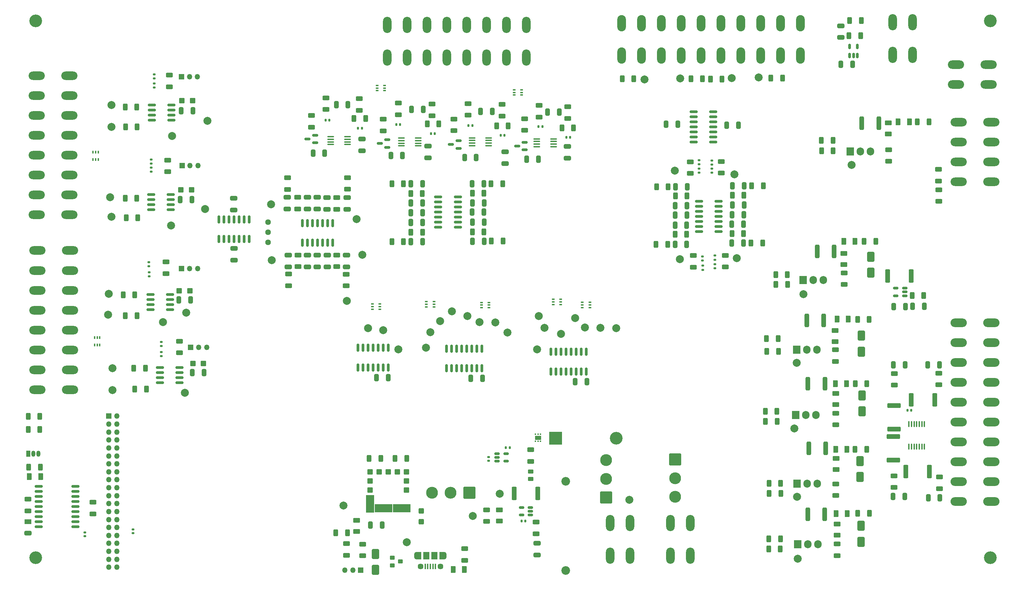
<source format=gts>
G04 #@! TF.GenerationSoftware,KiCad,Pcbnew,7.0.10*
G04 #@! TF.CreationDate,2024-12-17T12:16:58-06:00*
G04 #@! TF.ProjectId,karca_v2,6b617263-615f-4763-922e-6b696361645f,rev?*
G04 #@! TF.SameCoordinates,Original*
G04 #@! TF.FileFunction,Soldermask,Top*
G04 #@! TF.FilePolarity,Negative*
%FSLAX46Y46*%
G04 Gerber Fmt 4.6, Leading zero omitted, Abs format (unit mm)*
G04 Created by KiCad (PCBNEW 7.0.10) date 2024-12-17 12:16:58*
%MOMM*%
%LPD*%
G01*
G04 APERTURE LIST*
G04 Aperture macros list*
%AMRoundRect*
0 Rectangle with rounded corners*
0 $1 Rounding radius*
0 $2 $3 $4 $5 $6 $7 $8 $9 X,Y pos of 4 corners*
0 Add a 4 corners polygon primitive as box body*
4,1,4,$2,$3,$4,$5,$6,$7,$8,$9,$2,$3,0*
0 Add four circle primitives for the rounded corners*
1,1,$1+$1,$2,$3*
1,1,$1+$1,$4,$5*
1,1,$1+$1,$6,$7*
1,1,$1+$1,$8,$9*
0 Add four rect primitives between the rounded corners*
20,1,$1+$1,$2,$3,$4,$5,0*
20,1,$1+$1,$4,$5,$6,$7,0*
20,1,$1+$1,$6,$7,$8,$9,0*
20,1,$1+$1,$8,$9,$2,$3,0*%
G04 Aperture macros list end*
%ADD10C,3.200000*%
%ADD11RoundRect,0.250000X0.312500X0.625000X-0.312500X0.625000X-0.312500X-0.625000X0.312500X-0.625000X0*%
%ADD12RoundRect,0.250000X0.625000X-0.312500X0.625000X0.312500X-0.625000X0.312500X-0.625000X-0.312500X0*%
%ADD13RoundRect,0.250000X0.325000X0.650000X-0.325000X0.650000X-0.325000X-0.650000X0.325000X-0.650000X0*%
%ADD14C,2.000000*%
%ADD15RoundRect,0.250000X-0.312500X-0.625000X0.312500X-0.625000X0.312500X0.625000X-0.312500X0.625000X0*%
%ADD16RoundRect,0.150000X0.587500X0.150000X-0.587500X0.150000X-0.587500X-0.150000X0.587500X-0.150000X0*%
%ADD17R,1.350000X1.350000*%
%ADD18O,1.350000X1.350000*%
%ADD19RoundRect,0.250000X-0.325000X-0.650000X0.325000X-0.650000X0.325000X0.650000X-0.325000X0.650000X0*%
%ADD20RoundRect,0.135000X-0.185000X0.135000X-0.185000X-0.135000X0.185000X-0.135000X0.185000X0.135000X0*%
%ADD21RoundRect,0.250000X0.375000X0.625000X-0.375000X0.625000X-0.375000X-0.625000X0.375000X-0.625000X0*%
%ADD22RoundRect,0.150000X-0.825000X-0.150000X0.825000X-0.150000X0.825000X0.150000X-0.825000X0.150000X0*%
%ADD23RoundRect,0.100000X-0.712500X-0.100000X0.712500X-0.100000X0.712500X0.100000X-0.712500X0.100000X0*%
%ADD24RoundRect,0.150000X0.825000X0.150000X-0.825000X0.150000X-0.825000X-0.150000X0.825000X-0.150000X0*%
%ADD25R,0.650000X0.400000*%
%ADD26RoundRect,0.250000X-0.650000X0.325000X-0.650000X-0.325000X0.650000X-0.325000X0.650000X0.325000X0*%
%ADD27RoundRect,0.150000X-0.150000X0.825000X-0.150000X-0.825000X0.150000X-0.825000X0.150000X0.825000X0*%
%ADD28RoundRect,0.102000X1.387500X1.387500X-1.387500X1.387500X-1.387500X-1.387500X1.387500X-1.387500X0*%
%ADD29C,2.979000*%
%ADD30RoundRect,0.250000X-0.650000X1.000000X-0.650000X-1.000000X0.650000X-1.000000X0.650000X1.000000X0*%
%ADD31RoundRect,0.250000X-0.625000X0.312500X-0.625000X-0.312500X0.625000X-0.312500X0.625000X0.312500X0*%
%ADD32RoundRect,0.250000X0.650000X-0.325000X0.650000X0.325000X-0.650000X0.325000X-0.650000X-0.325000X0*%
%ADD33RoundRect,0.250000X-0.312500X-1.450000X0.312500X-1.450000X0.312500X1.450000X-0.312500X1.450000X0*%
%ADD34RoundRect,0.135000X0.185000X-0.135000X0.185000X0.135000X-0.185000X0.135000X-0.185000X-0.135000X0*%
%ADD35RoundRect,0.250000X0.362500X1.425000X-0.362500X1.425000X-0.362500X-1.425000X0.362500X-1.425000X0*%
%ADD36R,3.200000X3.200000*%
%ADD37O,3.200000X3.200000*%
%ADD38RoundRect,0.250000X0.450000X0.425000X-0.450000X0.425000X-0.450000X-0.425000X0.450000X-0.425000X0*%
%ADD39RoundRect,0.250000X0.625000X-0.375000X0.625000X0.375000X-0.625000X0.375000X-0.625000X-0.375000X0*%
%ADD40RoundRect,0.150000X0.512500X0.150000X-0.512500X0.150000X-0.512500X-0.150000X0.512500X-0.150000X0*%
%ADD41RoundRect,0.102000X1.387500X-1.387500X1.387500X1.387500X-1.387500X1.387500X-1.387500X-1.387500X0*%
%ADD42RoundRect,0.102000X0.571500X0.571500X-0.571500X0.571500X-0.571500X-0.571500X0.571500X-0.571500X0*%
%ADD43RoundRect,0.102000X2.095500X0.952500X-2.095500X0.952500X-2.095500X-0.952500X2.095500X-0.952500X0*%
%ADD44RoundRect,0.102000X0.952500X2.095500X-0.952500X2.095500X-0.952500X-2.095500X0.952500X-2.095500X0*%
%ADD45RoundRect,0.250000X0.650000X-1.000000X0.650000X1.000000X-0.650000X1.000000X-0.650000X-1.000000X0*%
%ADD46R,0.400000X0.650000*%
%ADD47O,2.134400X4.064800*%
%ADD48RoundRect,0.140000X0.140000X0.170000X-0.140000X0.170000X-0.140000X-0.170000X0.140000X-0.170000X0*%
%ADD49O,2.154000X4.104000*%
%ADD50C,1.440000*%
%ADD51O,4.064800X2.134400*%
%ADD52RoundRect,0.102000X0.450000X0.400000X-0.450000X0.400000X-0.450000X-0.400000X0.450000X-0.400000X0*%
%ADD53R,1.905000X2.000000*%
%ADD54O,1.905000X2.000000*%
%ADD55RoundRect,0.100000X-0.100000X0.637500X-0.100000X-0.637500X0.100000X-0.637500X0.100000X0.637500X0*%
%ADD56RoundRect,0.093750X-0.106250X0.093750X-0.106250X-0.093750X0.106250X-0.093750X0.106250X0.093750X0*%
%ADD57R,1.600000X1.000000*%
%ADD58R,1.800000X1.150000*%
%ADD59RoundRect,0.150000X-0.512500X-0.150000X0.512500X-0.150000X0.512500X0.150000X-0.512500X0.150000X0*%
%ADD60RoundRect,0.140000X-0.140000X-0.170000X0.140000X-0.170000X0.140000X0.170000X-0.140000X0.170000X0*%
%ADD61RoundRect,0.150000X0.150000X-0.512500X0.150000X0.512500X-0.150000X0.512500X-0.150000X-0.512500X0*%
%ADD62RoundRect,0.150000X-0.875000X-0.150000X0.875000X-0.150000X0.875000X0.150000X-0.875000X0.150000X0*%
%ADD63RoundRect,0.102000X-1.387500X1.387500X-1.387500X-1.387500X1.387500X-1.387500X1.387500X1.387500X0*%
%ADD64RoundRect,0.250000X1.425000X-0.362500X1.425000X0.362500X-1.425000X0.362500X-1.425000X-0.362500X0*%
%ADD65RoundRect,0.250000X-0.425000X0.450000X-0.425000X-0.450000X0.425000X-0.450000X0.425000X0.450000X0*%
%ADD66RoundRect,0.140000X-0.170000X0.140000X-0.170000X-0.140000X0.170000X-0.140000X0.170000X0.140000X0*%
%ADD67C,2.184000*%
%ADD68R,1.050000X1.500000*%
%ADD69O,1.050000X1.500000*%
%ADD70O,4.104000X2.154000*%
%ADD71RoundRect,0.250000X-0.362500X-1.425000X0.362500X-1.425000X0.362500X1.425000X-0.362500X1.425000X0*%
%ADD72RoundRect,0.140000X0.170000X-0.140000X0.170000X0.140000X-0.170000X0.140000X-0.170000X-0.140000X0*%
%ADD73R,0.400000X1.350000*%
%ADD74O,1.200000X1.900000*%
%ADD75R,1.200000X1.900000*%
%ADD76C,1.450000*%
%ADD77R,1.500000X1.900000*%
%ADD78RoundRect,0.250000X-1.425000X0.362500X-1.425000X-0.362500X1.425000X-0.362500X1.425000X0.362500X0*%
%ADD79RoundRect,0.250000X-0.450000X0.262500X-0.450000X-0.262500X0.450000X-0.262500X0.450000X0.262500X0*%
G04 APERTURE END LIST*
D10*
X275886400Y-181385200D03*
D11*
X61340000Y-120493800D03*
X58415000Y-120493800D03*
D12*
X69011800Y-84317300D03*
X69011800Y-81392300D03*
D13*
X150629500Y-69173300D03*
X147679500Y-69173300D03*
D14*
X151441900Y-122250200D03*
D15*
X196703800Y-90424000D03*
X199628800Y-90424000D03*
X125425800Y-87304000D03*
X128350800Y-87304000D03*
D14*
X177857900Y-123545600D03*
D16*
X106093500Y-77023000D03*
X106093500Y-75123000D03*
X104218500Y-76073000D03*
D17*
X54254400Y-145792400D03*
D18*
X56254400Y-145792400D03*
X54254400Y-147792400D03*
X56254400Y-147792400D03*
X54254400Y-149792400D03*
X56254400Y-149792400D03*
X54254400Y-151792400D03*
X56254400Y-151792400D03*
X54254400Y-153792400D03*
X56254400Y-153792400D03*
X54254400Y-155792400D03*
X56254400Y-155792400D03*
X54254400Y-157792400D03*
X56254400Y-157792400D03*
X54254400Y-159792400D03*
X56254400Y-159792400D03*
X54254400Y-161792400D03*
X56254400Y-161792400D03*
X54254400Y-163792400D03*
X56254400Y-163792400D03*
X54254400Y-165792400D03*
X56254400Y-165792400D03*
X54254400Y-167792400D03*
X56254400Y-167792400D03*
X54254400Y-169792400D03*
X56254400Y-169792400D03*
X54254400Y-171792400D03*
X56254400Y-171792400D03*
X54254400Y-173792400D03*
X56254400Y-173792400D03*
X54254400Y-175792400D03*
X56254400Y-175792400D03*
X54254400Y-177792400D03*
X56254400Y-177792400D03*
X54254400Y-179792400D03*
X56254400Y-179792400D03*
X54254400Y-181792400D03*
X56254400Y-181792400D03*
X54254400Y-183792400D03*
X56254400Y-183792400D03*
D12*
X141005400Y-73983400D03*
X141005400Y-71058400D03*
D19*
X105586000Y-79629000D03*
X108536000Y-79629000D03*
D14*
X95178000Y-106513600D03*
D11*
X222269000Y-147142200D03*
X219344000Y-147142200D03*
D20*
X202666600Y-83564000D03*
X202666600Y-84584000D03*
D14*
X145761383Y-170942000D03*
D12*
X111586400Y-93752100D03*
X111586400Y-90827100D03*
D14*
X154439100Y-124764800D03*
D21*
X241862800Y-101800200D03*
X239062800Y-101800200D03*
D22*
X67084400Y-133527800D03*
X67084400Y-134797800D03*
X67084400Y-136067800D03*
X67084400Y-137337800D03*
X72034400Y-137337800D03*
X72034400Y-136067800D03*
X72034400Y-134797800D03*
X72034400Y-133527800D03*
D11*
X223092500Y-179174400D03*
X220167500Y-179174400D03*
D23*
X110009500Y-75508600D03*
X110009500Y-76158600D03*
X110009500Y-76808600D03*
X110009500Y-77458600D03*
X114234500Y-77458600D03*
X114234500Y-76808600D03*
X114234500Y-76158600D03*
X114234500Y-75508600D03*
D24*
X207579000Y-99390200D03*
X207579000Y-98120200D03*
X207579000Y-96850200D03*
X207579000Y-95580200D03*
X207579000Y-94310200D03*
X207579000Y-93040200D03*
X207579000Y-91770200D03*
X202629000Y-91770200D03*
X202629000Y-93040200D03*
X202629000Y-94310200D03*
X202629000Y-95580200D03*
X202629000Y-96850200D03*
X202629000Y-98120200D03*
X202629000Y-99390200D03*
D11*
X37022500Y-158623000D03*
X34097500Y-158623000D03*
D25*
X123571000Y-63906400D03*
X123571000Y-63256400D03*
X123571000Y-62606400D03*
X121671000Y-62606400D03*
X121671000Y-63256400D03*
X121671000Y-63906400D03*
D26*
X106658800Y-90763800D03*
X106658800Y-93713800D03*
D14*
X228858000Y-115139000D03*
D15*
X134306900Y-72292600D03*
X137231900Y-72292600D03*
D27*
X89549200Y-96277400D03*
X88279200Y-96277400D03*
X87009200Y-96277400D03*
X85739200Y-96277400D03*
X84469200Y-96277400D03*
X83199200Y-96277400D03*
X81929200Y-96277400D03*
X81929200Y-101227400D03*
X83199200Y-101227400D03*
X84469200Y-101227400D03*
X85739200Y-101227400D03*
X87009200Y-101227400D03*
X88279200Y-101227400D03*
X89549200Y-101227400D03*
X174283600Y-129609100D03*
X173013600Y-129609100D03*
X171743600Y-129609100D03*
X170473600Y-129609100D03*
X169203600Y-129609100D03*
X167933600Y-129609100D03*
X166663600Y-129609100D03*
X165393600Y-129609100D03*
X165393600Y-134559100D03*
X166663600Y-134559100D03*
X167933600Y-134559100D03*
X169203600Y-134559100D03*
X170473600Y-134559100D03*
X171743600Y-134559100D03*
X173013600Y-134559100D03*
X174283600Y-134559100D03*
D28*
X144907000Y-165100000D03*
D29*
X140207000Y-165100000D03*
X135507000Y-165100000D03*
D30*
X243154200Y-157080200D03*
X243154200Y-161080200D03*
D14*
X212151000Y-106045000D03*
D15*
X221934500Y-110211400D03*
X224859500Y-110211400D03*
D31*
X111561000Y-105269000D03*
X111561000Y-108194000D03*
D15*
X200579300Y-60960000D03*
X203504300Y-60960000D03*
D12*
X262894300Y-137911300D03*
X262894300Y-134986300D03*
D14*
X167926500Y-125069600D03*
D32*
X117932200Y-79046600D03*
X117932200Y-76096600D03*
D14*
X227258100Y-166065200D03*
D10*
X275886400Y-46385200D03*
D19*
X209599000Y-72644000D03*
X212549000Y-72644000D03*
D17*
X117602000Y-184531000D03*
D18*
X115602000Y-184531000D03*
X113602000Y-184531000D03*
D11*
X148585700Y-99419800D03*
X145660700Y-99419800D03*
D13*
X148185400Y-136278100D03*
X145235400Y-136278100D03*
D22*
X64708000Y-115189000D03*
X64708000Y-116459000D03*
X64708000Y-117729000D03*
X64708000Y-118999000D03*
X69658000Y-118999000D03*
X69658000Y-117729000D03*
X69658000Y-116459000D03*
X69658000Y-115189000D03*
D23*
X127843900Y-75838800D03*
X127843900Y-76488800D03*
X127843900Y-77138800D03*
X127843900Y-77788800D03*
X132068900Y-77788800D03*
X132068900Y-77138800D03*
X132068900Y-76488800D03*
X132068900Y-75838800D03*
D20*
X205841600Y-83564000D03*
X205841600Y-84584000D03*
D26*
X109122600Y-90789200D03*
X109122600Y-93739200D03*
D25*
X134083500Y-117002800D03*
X134083500Y-117652800D03*
X134083500Y-118302800D03*
X135983500Y-118302800D03*
X135983500Y-117652800D03*
X135983500Y-117002800D03*
D33*
X243572600Y-72113600D03*
X247847600Y-72113600D03*
D25*
X175201100Y-118480600D03*
X175201100Y-117830600D03*
X175201100Y-117180600D03*
X173301100Y-117180600D03*
X173301100Y-117830600D03*
X173301100Y-118480600D03*
D34*
X206613800Y-106430000D03*
X206613800Y-105410000D03*
D14*
X226572300Y-148920200D03*
D35*
X162093500Y-165227000D03*
X156168500Y-165227000D03*
D36*
X166544800Y-151332200D03*
D37*
X181784800Y-151332200D03*
D12*
X143764000Y-182056500D03*
X143764000Y-179131500D03*
D11*
X208431900Y-61010800D03*
X205506900Y-61010800D03*
D38*
X75289400Y-66421000D03*
X72589400Y-66421000D03*
D39*
X239043400Y-107696000D03*
X239043400Y-104896000D03*
D19*
X251614600Y-118208600D03*
X254564600Y-118208600D03*
D31*
X101832800Y-105279700D03*
X101832800Y-108204700D03*
X153111200Y-67396900D03*
X153111200Y-70321900D03*
D14*
X240969800Y-82588900D03*
D12*
X114228000Y-88708200D03*
X114228000Y-85783200D03*
D13*
X133104200Y-92180800D03*
X130154200Y-92180800D03*
D40*
X160266183Y-170653400D03*
X160266183Y-169703400D03*
X160266183Y-168753400D03*
X157991183Y-168753400D03*
X157991183Y-170653400D03*
D41*
X179244800Y-166249400D03*
D29*
X179244800Y-161549400D03*
X179244800Y-156849400D03*
D14*
X123197100Y-124180600D03*
D19*
X130177300Y-94629000D03*
X133127300Y-94629000D03*
D42*
X129057000Y-164418800D03*
D43*
X127914000Y-168990800D03*
X123342000Y-168990800D03*
D44*
X119913000Y-167847800D03*
D42*
X119913000Y-164418800D03*
X119913000Y-159846800D03*
X124485000Y-159846800D03*
X126771000Y-159846800D03*
X129057000Y-159846800D03*
X129057000Y-162132800D03*
X119913000Y-162132800D03*
X122199000Y-159846800D03*
D45*
X121272800Y-184448000D03*
X121272800Y-180448000D03*
D46*
X50277000Y-81239400D03*
X50927000Y-81239400D03*
X51577000Y-81239400D03*
X51577000Y-79339400D03*
X50927000Y-79339400D03*
X50277000Y-79339400D03*
D47*
X124220000Y-55571000D03*
X129220000Y-55571000D03*
X134220000Y-55571000D03*
X139220000Y-55571000D03*
X144220000Y-55571000D03*
X149220000Y-55571000D03*
X154220000Y-55571000D03*
X159220000Y-55571000D03*
X124220000Y-47371000D03*
X129220000Y-47371000D03*
X134220000Y-47371000D03*
X139220000Y-47371000D03*
X144220000Y-47371000D03*
X149220000Y-47371000D03*
X154220000Y-47371000D03*
X159220000Y-47371000D03*
D14*
X54238700Y-115058200D03*
D12*
X201203600Y-108335000D03*
X201203600Y-105410000D03*
D31*
X236902800Y-129118900D03*
X236902800Y-132043900D03*
D19*
X210877400Y-102235000D03*
X213827400Y-102235000D03*
D31*
X251692900Y-160818100D03*
X251692900Y-163743100D03*
X237341900Y-177960500D03*
X237341900Y-180885500D03*
D14*
X210830200Y-60709000D03*
D15*
X151756700Y-72749800D03*
X154681700Y-72749800D03*
D17*
X72517000Y-60452000D03*
D18*
X74517000Y-60452000D03*
X76517000Y-60452000D03*
D33*
X229710700Y-121694200D03*
X233985700Y-121694200D03*
D27*
X148056600Y-128785100D03*
X146786600Y-128785100D03*
X145516600Y-128785100D03*
X144246600Y-128785100D03*
X142976600Y-128785100D03*
X141706600Y-128785100D03*
X140436600Y-128785100D03*
X139166600Y-128785100D03*
X139166600Y-133735100D03*
X140436600Y-133735100D03*
X141706600Y-133735100D03*
X142976600Y-133735100D03*
X144246600Y-133735100D03*
X145516600Y-133735100D03*
X146786600Y-133735100D03*
X148056600Y-133735100D03*
D48*
X117885200Y-73334000D03*
X116925200Y-73334000D03*
D14*
X181794900Y-123698000D03*
D49*
X183163200Y-55113800D03*
X188163200Y-55113800D03*
X193163200Y-55113800D03*
X198163200Y-55113800D03*
X203163200Y-55113800D03*
X208163200Y-55113800D03*
X213163200Y-55113800D03*
X218163200Y-55113800D03*
X223163200Y-55113800D03*
X228163200Y-55113800D03*
X183163200Y-46913800D03*
X188163200Y-46913800D03*
X193163200Y-46913800D03*
X198163200Y-46913800D03*
X203163200Y-46913800D03*
X208163200Y-46913800D03*
X213163200Y-46913800D03*
X218163200Y-46913800D03*
X223163200Y-46913800D03*
X228163200Y-46913800D03*
D50*
X94314400Y-96988600D03*
X94314400Y-99528600D03*
X94314400Y-102068600D03*
D31*
X161698683Y-172449400D03*
X161698683Y-175374400D03*
D12*
X101756600Y-93675900D03*
X101756600Y-90750900D03*
D51*
X276124800Y-71822607D03*
X267924800Y-76822607D03*
X267924800Y-81822607D03*
X267924800Y-86822607D03*
X267924800Y-71822607D03*
X276124800Y-76822607D03*
X276124800Y-81822607D03*
X276124800Y-86822607D03*
D14*
X73710800Y-119786400D03*
D52*
X125492000Y-181422000D03*
X125492000Y-183322000D03*
X127592000Y-182372000D03*
D14*
X135084300Y-124688600D03*
D15*
X257515900Y-71717700D03*
X260440900Y-71717700D03*
D14*
X116586000Y-96266000D03*
D19*
X194359000Y-72390000D03*
X197309000Y-72390000D03*
D14*
X114071400Y-116814600D03*
D48*
X163240300Y-72938600D03*
X162280300Y-72938600D03*
D14*
X197901600Y-60807600D03*
D48*
X256029400Y-144348200D03*
X255069400Y-144348200D03*
D46*
X50683400Y-127924600D03*
X51333400Y-127924600D03*
X51983400Y-127924600D03*
X51983400Y-126024600D03*
X51333400Y-126024600D03*
X50683400Y-126024600D03*
D53*
X240665000Y-79177000D03*
D54*
X243205000Y-79177000D03*
X245745000Y-79177000D03*
D35*
X260569300Y-159689800D03*
X254644300Y-159689800D03*
D34*
X64287400Y-108081000D03*
X64287400Y-107061000D03*
D33*
X232333900Y-104365600D03*
X236608900Y-104365600D03*
D12*
X68656200Y-109945900D03*
X68656200Y-107020900D03*
D33*
X230018500Y-137591800D03*
X234293500Y-137591800D03*
D32*
X153924000Y-82247000D03*
X153924000Y-79297000D03*
D55*
X259332500Y-147759500D03*
X258682500Y-147759500D03*
X258032500Y-147759500D03*
X257382500Y-147759500D03*
X256732500Y-147759500D03*
X256082500Y-147759500D03*
X255432500Y-147759500D03*
X255432500Y-153484500D03*
X256082500Y-153484500D03*
X256732500Y-153484500D03*
X257382500Y-153484500D03*
X258032500Y-153484500D03*
X258682500Y-153484500D03*
X259332500Y-153484500D03*
D32*
X104220400Y-108217200D03*
X104220400Y-105267200D03*
D15*
X115891900Y-70921000D03*
X118816900Y-70921000D03*
D11*
X213867500Y-99872800D03*
X210942500Y-99872800D03*
D12*
X123225400Y-74019800D03*
X123225400Y-71094800D03*
D34*
X67437000Y-128145000D03*
X67437000Y-127125000D03*
X65633600Y-60835000D03*
X65633600Y-59815000D03*
D16*
X158798500Y-78801000D03*
X158798500Y-76901000D03*
X156923500Y-77851000D03*
D11*
X218820500Y-87807800D03*
X215895500Y-87807800D03*
D56*
X162792800Y-150347200D03*
X162142800Y-150347200D03*
X161492800Y-150347200D03*
X161492800Y-152122200D03*
X162142800Y-152122200D03*
X162792800Y-152122200D03*
D57*
X162142800Y-151234700D03*
D31*
X50292000Y-167447500D03*
X50292000Y-170372500D03*
D15*
X219318600Y-144576800D03*
X222243600Y-144576800D03*
D31*
X127086200Y-67056200D03*
X127086200Y-69981200D03*
D25*
X147926500Y-117206000D03*
X147926500Y-117856000D03*
X147926500Y-118506000D03*
X149826500Y-118506000D03*
X149826500Y-117856000D03*
X149826500Y-117206000D03*
D38*
X78058000Y-132537200D03*
X75358000Y-132537200D03*
D14*
X117961800Y-105192800D03*
D11*
X61294400Y-90994200D03*
X58369400Y-90994200D03*
D14*
X73355200Y-139954000D03*
D19*
X210904600Y-97485200D03*
X213854600Y-97485200D03*
D31*
X262864600Y-83729100D03*
X262864600Y-86654100D03*
D38*
X74603600Y-114274600D03*
X71903600Y-114274600D03*
D11*
X61279500Y-68072000D03*
X58354500Y-68072000D03*
D16*
X124254500Y-78166000D03*
X124254500Y-76266000D03*
X122379500Y-77216000D03*
D13*
X213883000Y-95097600D03*
X210933000Y-95097600D03*
D47*
X200427200Y-172703400D03*
X195427200Y-172703400D03*
X200427200Y-180903400D03*
X195427200Y-180903400D03*
D32*
X33914399Y-175261800D03*
D58*
X33914399Y-172311800D03*
D21*
X239932700Y-170284400D03*
X237132700Y-170284400D03*
D11*
X213943700Y-90246200D03*
X211018700Y-90246200D03*
D14*
X211516000Y-84937600D03*
D31*
X237042700Y-145040900D03*
X237042700Y-147965900D03*
D14*
X161957500Y-129006600D03*
X78439400Y-93661200D03*
D11*
X114238500Y-175133000D03*
X111313500Y-175133000D03*
D47*
X251371384Y-54883800D03*
X256371384Y-54883800D03*
X251371384Y-46683800D03*
X256371384Y-46683800D03*
D39*
X116576800Y-174832000D03*
X116576800Y-172032000D03*
D31*
X250311400Y-78753700D03*
X250311400Y-81678700D03*
D14*
X79049000Y-71537800D03*
D26*
X104195000Y-90763800D03*
X104195000Y-93713800D03*
D34*
X203540400Y-106682000D03*
X203540400Y-105662000D03*
D31*
X208239400Y-81733200D03*
X208239400Y-84658200D03*
D30*
X243611400Y-140570200D03*
X243611400Y-144570200D03*
D15*
X196616900Y-100076000D03*
X199541900Y-100076000D03*
D25*
X120487100Y-117597200D03*
X120487100Y-118247200D03*
X120487100Y-118897200D03*
X122387100Y-118897200D03*
X122387100Y-118247200D03*
X122387100Y-117597200D03*
D15*
X244159500Y-101851000D03*
X247084500Y-101851000D03*
D22*
X64900000Y-90017600D03*
X64900000Y-91287600D03*
X64900000Y-92557600D03*
X64900000Y-93827600D03*
X69850000Y-93827600D03*
X69850000Y-92557600D03*
X69850000Y-91287600D03*
X69850000Y-90017600D03*
D14*
X133992100Y-128574800D03*
D53*
X228854000Y-111562000D03*
D54*
X231394000Y-111562000D03*
X233934000Y-111562000D03*
D13*
X124468900Y-136067800D03*
X121518900Y-136067800D03*
D14*
X129159000Y-177546000D03*
D32*
X114151800Y-93739200D03*
X114151800Y-90789200D03*
D59*
X151835883Y-155234900D03*
X151835883Y-156184900D03*
X151835883Y-157134900D03*
X154110883Y-157134900D03*
X154110883Y-155234900D03*
D13*
X199554400Y-97713800D03*
X196604400Y-97713800D03*
D21*
X240157000Y-121335800D03*
X237357000Y-121335800D03*
D39*
X237341900Y-175723000D03*
X237341900Y-172923000D03*
D31*
X162455500Y-67615300D03*
X162455500Y-70540300D03*
D26*
X85678400Y-91017800D03*
X85678400Y-93967800D03*
D13*
X75367800Y-68972400D03*
X72417800Y-68972400D03*
D32*
X109148000Y-108219000D03*
X109148000Y-105269000D03*
D23*
X145544100Y-75788000D03*
X145544100Y-76438000D03*
X145544100Y-77088000D03*
X145544100Y-77738000D03*
X149769100Y-77738000D03*
X149769100Y-77088000D03*
X149769100Y-76438000D03*
X149769100Y-75788000D03*
D60*
X154093600Y-153722400D03*
X155053600Y-153722400D03*
D61*
X240538000Y-55107000D03*
X241488000Y-55107000D03*
X242438000Y-55107000D03*
X242438000Y-52832000D03*
X240538000Y-52832000D03*
D20*
X202666600Y-81405000D03*
X202666600Y-82425000D03*
D14*
X152552417Y-165344600D03*
D22*
X137039400Y-90631400D03*
X137039400Y-91901400D03*
X137039400Y-93171400D03*
X137039400Y-94441400D03*
X137039400Y-95711400D03*
X137039400Y-96981400D03*
X137039400Y-98251400D03*
X141989400Y-98251400D03*
X141989400Y-96981400D03*
X141989400Y-95711400D03*
X141989400Y-94441400D03*
X141989400Y-93171400D03*
X141989400Y-91901400D03*
X141989400Y-90631400D03*
D14*
X197825400Y-106262900D03*
D13*
X78206900Y-134844800D03*
X75256900Y-134844800D03*
X114383700Y-67456800D03*
X111433700Y-67456800D03*
D39*
X250209800Y-74834400D03*
X250209800Y-72034400D03*
X152476200Y-172138800D03*
X152476200Y-169338800D03*
D15*
X240370400Y-50057900D03*
X243295400Y-50057900D03*
D14*
X67843400Y-122123200D03*
D17*
X74835000Y-128524000D03*
D18*
X76835000Y-128524000D03*
X78835000Y-128524000D03*
D25*
X158064200Y-65013600D03*
X158064200Y-64363600D03*
X158064200Y-63713600D03*
X156164200Y-63713600D03*
X156164200Y-64363600D03*
X156164200Y-65013600D03*
D11*
X63438500Y-133727200D03*
X60513500Y-133727200D03*
D21*
X143640000Y-184404000D03*
X140840000Y-184404000D03*
D15*
X191943300Y-88061800D03*
X194868300Y-88061800D03*
D14*
X95000200Y-92467400D03*
D62*
X36581399Y-163423600D03*
X36581399Y-164693600D03*
X36581399Y-165963600D03*
X36581399Y-167233600D03*
X36581399Y-168503600D03*
X36581399Y-169773600D03*
X36581399Y-171043600D03*
X36581399Y-172313600D03*
X36581399Y-173583600D03*
X45881399Y-173583600D03*
X45881399Y-172313600D03*
X45881399Y-171043600D03*
X45881399Y-169773600D03*
X45881399Y-168503600D03*
X45881399Y-167233600D03*
X45881399Y-165963600D03*
X45881399Y-164693600D03*
X45881399Y-163423600D03*
D31*
X135493600Y-67310200D03*
X135493600Y-70235200D03*
D14*
X227461300Y-181638200D03*
D15*
X33970500Y-149127800D03*
X36895500Y-149127800D03*
D48*
X127462800Y-72445000D03*
X126502800Y-72445000D03*
D32*
X169526000Y-80879600D03*
X169526000Y-77929600D03*
D33*
X230217800Y-153847800D03*
X234492800Y-153847800D03*
D21*
X37087000Y-161036000D03*
X34287000Y-161036000D03*
D13*
X74830200Y-116586000D03*
X71880200Y-116586000D03*
D32*
X99140400Y-93677700D03*
X99140400Y-90727700D03*
D14*
X54897400Y-67561800D03*
D53*
X227330000Y-162743000D03*
D54*
X229870000Y-162743000D03*
X232410000Y-162743000D03*
D15*
X220192900Y-176659800D03*
X223117900Y-176659800D03*
D48*
X170260000Y-75670800D03*
X169300000Y-75670800D03*
D40*
X254354100Y-115501000D03*
X254354100Y-114551000D03*
X254354100Y-113601000D03*
X252079100Y-113601000D03*
X252079100Y-115501000D03*
D12*
X114046000Y-180786500D03*
X114046000Y-177861500D03*
D14*
X54897400Y-73061800D03*
X70184400Y-75347800D03*
D12*
X33888999Y-169635900D03*
X33888999Y-166710900D03*
D38*
X75086200Y-88900000D03*
X72386200Y-88900000D03*
D14*
X196580800Y-84048600D03*
D19*
X145612100Y-87354800D03*
X148562100Y-87354800D03*
D63*
X196645000Y-156687400D03*
D29*
X196645000Y-161387400D03*
X196645000Y-166087400D03*
D64*
X251714000Y-149054000D03*
X251714000Y-143129000D03*
D31*
X144557100Y-67162700D03*
X144557100Y-70087700D03*
D14*
X185112200Y-166826200D03*
X54904300Y-95617000D03*
D39*
X236852000Y-127028400D03*
X236852000Y-124228400D03*
D15*
X220721500Y-60756800D03*
X223646500Y-60756800D03*
D12*
X105161700Y-73084900D03*
X105161700Y-70159900D03*
D32*
X85725000Y-106582000D03*
X85725000Y-103632000D03*
D20*
X205841600Y-81532000D03*
X205841600Y-82552000D03*
D39*
X237113300Y-159251500D03*
X237113300Y-156451500D03*
D21*
X239808700Y-154127200D03*
X237008700Y-154127200D03*
D14*
X227200000Y-132413000D03*
D13*
X174463200Y-137127500D03*
X171513200Y-137127500D03*
D14*
X188910000Y-61064600D03*
D11*
X153274000Y-87329400D03*
X150349000Y-87329400D03*
D14*
X69930400Y-97826800D03*
D13*
X148541000Y-94488000D03*
X145591000Y-94488000D03*
D31*
X239119600Y-109761100D03*
X239119600Y-112686100D03*
D48*
X153743600Y-75184000D03*
X152783600Y-75184000D03*
D12*
X149250417Y-172268100D03*
X149250417Y-169343100D03*
D19*
X260272000Y-166319200D03*
X263222000Y-166319200D03*
D14*
X54035500Y-120239800D03*
D34*
X64871600Y-84330000D03*
X64871600Y-83310000D03*
D19*
X120004000Y-173203400D03*
X122954000Y-173203400D03*
D32*
X161924983Y-180681400D03*
X161924983Y-177731400D03*
D31*
X113948600Y-110069600D03*
X113948600Y-112994600D03*
D14*
X163760900Y-123571000D03*
D15*
X242501500Y-121488200D03*
X245426500Y-121488200D03*
D19*
X145648200Y-101807400D03*
X148598200Y-101807400D03*
D13*
X199554400Y-102554500D03*
X196604400Y-102554500D03*
D34*
X206603600Y-108587000D03*
X206603600Y-107567000D03*
D31*
X99419800Y-110029500D03*
X99419800Y-112954500D03*
X237032800Y-162824700D03*
X237032800Y-165749700D03*
D33*
X229967700Y-170459400D03*
X234242700Y-170459400D03*
D14*
X54599500Y-90740200D03*
D11*
X236387100Y-79007500D03*
X233462100Y-79007500D03*
D14*
X144406100Y-120650000D03*
D13*
X133127800Y-87329400D03*
X130177800Y-87329400D03*
D14*
X162338500Y-120650000D03*
D30*
X243430600Y-125558800D03*
X243430600Y-129558800D03*
D65*
X132816600Y-169617400D03*
X132816600Y-172317400D03*
D13*
X167511900Y-69306400D03*
X164561900Y-69306400D03*
D60*
X158016000Y-172135800D03*
X158976000Y-172135800D03*
D25*
X165970700Y-116408200D03*
X165970700Y-117058200D03*
X165970700Y-117708200D03*
X167870700Y-117708200D03*
X167870700Y-117058200D03*
X167870700Y-116408200D03*
D11*
X61523000Y-95871000D03*
X58598000Y-95871000D03*
D47*
X185318000Y-172703400D03*
X180318000Y-172703400D03*
X185318000Y-180903400D03*
X180318000Y-180903400D03*
D19*
X143686000Y-80772000D03*
X146636000Y-80772000D03*
D11*
X186268400Y-60960000D03*
X183343400Y-60960000D03*
D17*
X72549000Y-108712000D03*
D18*
X74549000Y-108712000D03*
X76549000Y-108712000D03*
D19*
X125144000Y-80264000D03*
X128094000Y-80264000D03*
D11*
X61359900Y-73061800D03*
X58434900Y-73061800D03*
D13*
X133155000Y-97057600D03*
X130205000Y-97057600D03*
D15*
X125416900Y-101909000D03*
X128341900Y-101909000D03*
X168165100Y-73283200D03*
X171090100Y-73283200D03*
D14*
X55120200Y-139227200D03*
D13*
X75162800Y-91349800D03*
X72212800Y-91349800D03*
D39*
X237042700Y-142903400D03*
X237042700Y-140103400D03*
D12*
X72009000Y-129859500D03*
X72009000Y-126934500D03*
D19*
X211031600Y-92633800D03*
X213981600Y-92633800D03*
D48*
X109728000Y-71374000D03*
X108768000Y-71374000D03*
D31*
X117201300Y-65943500D03*
X117201300Y-68868500D03*
D14*
X137522700Y-121894600D03*
D48*
X145646700Y-72703900D03*
X144686700Y-72703900D03*
D53*
X227203000Y-129088000D03*
D54*
X229743000Y-129088000D03*
X232283000Y-129088000D03*
D11*
X243447800Y-46247900D03*
X240522800Y-46247900D03*
X222591900Y-129517400D03*
X219666900Y-129517400D03*
D66*
X149722183Y-156060500D03*
X149722183Y-157020500D03*
D34*
X64871600Y-82298000D03*
X64871600Y-81278000D03*
D13*
X199656000Y-88061800D03*
X196706000Y-88061800D03*
D31*
X262915400Y-88845200D03*
X262915400Y-91770200D03*
D15*
X220228700Y-162687000D03*
X223153700Y-162687000D03*
D11*
X63692500Y-138963400D03*
X60767500Y-138963400D03*
D26*
X99394400Y-105267200D03*
X99394400Y-108217200D03*
D19*
X145648200Y-92130000D03*
X148598200Y-92130000D03*
D12*
X99191200Y-88748300D03*
X99191200Y-85823300D03*
D34*
X65633600Y-63121000D03*
X65633600Y-62101000D03*
D31*
X169643700Y-67945500D03*
X169643700Y-70870500D03*
D19*
X211020900Y-87807800D03*
X213970900Y-87807800D03*
D31*
X200416200Y-81798700D03*
X200416200Y-84723700D03*
D11*
X224884900Y-112649800D03*
X221959900Y-112649800D03*
D15*
X256235200Y-115417600D03*
X259160200Y-115417600D03*
X130192100Y-99496000D03*
X133117100Y-99496000D03*
D12*
X69469000Y-62930500D03*
X69469000Y-60005500D03*
D15*
X126208600Y-156464000D03*
X129133600Y-156464000D03*
D21*
X239732500Y-137591800D03*
X236932500Y-137591800D03*
D67*
X169084800Y-184654800D03*
X169084800Y-162154800D03*
D14*
X171457100Y-121132600D03*
D68*
X33959800Y-155223800D03*
D69*
X35229800Y-155223800D03*
X36499800Y-155223800D03*
D13*
X199605200Y-92837000D03*
X196655200Y-92837000D03*
D15*
X241899200Y-137617200D03*
X244824200Y-137617200D03*
D17*
X72676000Y-82804000D03*
D18*
X74676000Y-82804000D03*
X76676000Y-82804000D03*
D22*
X65038200Y-67513200D03*
X65038200Y-68783200D03*
X65038200Y-70053200D03*
X65038200Y-71323200D03*
X69988200Y-71323200D03*
X69988200Y-70053200D03*
X69988200Y-68783200D03*
X69988200Y-67513200D03*
D14*
X55120200Y-133727200D03*
D15*
X219622700Y-126291800D03*
X222547700Y-126291800D03*
D23*
X161871300Y-76037400D03*
X161871300Y-76687400D03*
X161871300Y-77337400D03*
X161871300Y-77987400D03*
X166096300Y-77987400D03*
X166096300Y-77337400D03*
X166096300Y-76687400D03*
X166096300Y-76037400D03*
D32*
X238302300Y-50542300D03*
X238302300Y-47592300D03*
D70*
X267948800Y-122298400D03*
X267948800Y-127298400D03*
X267948800Y-132298400D03*
X267948800Y-137298400D03*
X267948800Y-142298400D03*
X267948800Y-147298400D03*
X267948800Y-152298400D03*
X267948800Y-157298400D03*
X267948800Y-162298400D03*
X267948800Y-167298400D03*
X276148800Y-122298400D03*
X276148800Y-127298400D03*
X276148800Y-132298400D03*
X276148800Y-137298400D03*
X276148800Y-142298400D03*
X276148800Y-147298400D03*
X276148800Y-152298400D03*
X276148800Y-157298400D03*
X276148800Y-162298400D03*
X276148800Y-167298400D03*
D13*
X133155000Y-101883600D03*
X130205000Y-101883600D03*
X133285600Y-68584200D03*
X130335600Y-68584200D03*
D11*
X148560300Y-89717000D03*
X145635300Y-89717000D03*
D31*
X263144000Y-161122900D03*
X263144000Y-164047900D03*
D21*
X255527000Y-71732400D03*
X252727000Y-71732400D03*
D34*
X203555600Y-108970000D03*
X203555600Y-107950000D03*
D12*
X251739400Y-137972800D03*
X251739400Y-135047800D03*
D15*
X241873800Y-154127200D03*
X244798800Y-154127200D03*
D27*
X110519600Y-97220200D03*
X109249600Y-97220200D03*
X107979600Y-97220200D03*
X106709600Y-97220200D03*
X105439600Y-97220200D03*
X104169600Y-97220200D03*
X102899600Y-97220200D03*
X102899600Y-102170200D03*
X104169600Y-102170200D03*
X105439600Y-102170200D03*
X106709600Y-102170200D03*
X107979600Y-102170200D03*
X109249600Y-102170200D03*
X110519600Y-102170200D03*
D66*
X60325000Y-174272000D03*
X60325000Y-175232000D03*
D71*
X255990500Y-141732000D03*
X261915500Y-141732000D03*
D53*
X227457000Y-177983000D03*
D54*
X229997000Y-177983000D03*
X232537000Y-177983000D03*
D15*
X33970500Y-145837800D03*
X36895500Y-145837800D03*
D72*
X48260000Y-175994000D03*
X48260000Y-175034000D03*
D30*
X245839900Y-105718400D03*
X245839900Y-109718400D03*
D51*
X267263000Y-57340784D03*
X267263000Y-62340784D03*
X275463000Y-57340784D03*
X275463000Y-62340784D03*
X44520600Y-104142194D03*
X44520600Y-109142194D03*
X44520600Y-114142194D03*
X44520600Y-119142194D03*
X44520600Y-124142194D03*
X44520600Y-129142194D03*
X44520600Y-134142194D03*
X44520600Y-139142194D03*
X36320600Y-139142194D03*
X36320600Y-134142194D03*
X36320600Y-129142194D03*
X36320600Y-124142194D03*
X36320600Y-119142194D03*
X36320600Y-114142194D03*
X36320600Y-109142194D03*
X36320600Y-104142194D03*
D73*
X136398000Y-183570500D03*
X135748000Y-183570500D03*
X135098000Y-183570500D03*
X134448000Y-183570500D03*
X133798000Y-183570500D03*
D74*
X138598000Y-180870500D03*
D75*
X137998000Y-180870500D03*
D76*
X137598000Y-183570500D03*
D77*
X136098000Y-180870500D03*
X134098000Y-180870500D03*
D76*
X132598000Y-183570500D03*
D75*
X132198000Y-180870500D03*
D74*
X131598000Y-180870500D03*
D11*
X60771500Y-115312200D03*
X57846500Y-115312200D03*
X153360900Y-101756600D03*
X150435900Y-101756600D03*
D30*
X243408200Y-173387000D03*
X243408200Y-177387000D03*
D12*
X209230000Y-108269500D03*
X209230000Y-105344500D03*
D24*
X206244000Y-76849200D03*
X206244000Y-75579200D03*
X206244000Y-74309200D03*
X206244000Y-73039200D03*
X206244000Y-71769200D03*
X206244000Y-70499200D03*
X206244000Y-69229200D03*
X201294000Y-69229200D03*
X201294000Y-70499200D03*
X201294000Y-71769200D03*
X201294000Y-73039200D03*
X201294000Y-74309200D03*
X201294000Y-75579200D03*
X201294000Y-76849200D03*
D78*
X251515100Y-150900000D03*
X251515100Y-156825000D03*
D14*
X113274800Y-168275800D03*
D10*
X35886400Y-181385200D03*
D32*
X106654600Y-108231200D03*
X106654600Y-105281200D03*
D15*
X242534200Y-170233600D03*
X245459200Y-170233600D03*
D14*
X173946300Y-123469400D03*
D11*
X218642700Y-102235000D03*
X215717700Y-102235000D03*
D14*
X119463300Y-123672600D03*
D15*
X233411300Y-76391300D03*
X236336300Y-76391300D03*
D32*
X134499400Y-80803400D03*
X134499400Y-77853400D03*
D14*
X140519900Y-119430800D03*
D53*
X226949000Y-145471000D03*
D54*
X229489000Y-145471000D03*
X232029000Y-145471000D03*
D31*
X160339383Y-154239800D03*
X160339383Y-157164800D03*
D15*
X119711700Y-156439400D03*
X122636700Y-156439400D03*
D16*
X142161500Y-78420000D03*
X142161500Y-76520000D03*
X140286500Y-77470000D03*
D19*
X196619600Y-95250000D03*
X199569600Y-95250000D03*
D11*
X223204500Y-165252400D03*
X220279500Y-165252400D03*
D71*
X250079600Y-110514000D03*
X256004600Y-110514000D03*
D27*
X124467100Y-128600200D03*
X123197100Y-128600200D03*
X121927100Y-128600200D03*
X120657100Y-128600200D03*
X119387100Y-128600200D03*
X118117100Y-128600200D03*
X116847100Y-128600200D03*
X116847100Y-133550200D03*
X118117100Y-133550200D03*
X119387100Y-133550200D03*
X120657100Y-133550200D03*
X121927100Y-133550200D03*
X123197100Y-133550200D03*
X124467100Y-133550200D03*
D14*
X217637400Y-60607400D03*
D13*
X254459000Y-132867400D03*
X251509000Y-132867400D03*
D10*
X35886400Y-46385200D03*
D34*
X67411600Y-130685000D03*
X67411600Y-129665000D03*
D14*
X147454100Y-122174000D03*
D26*
X113974000Y-105269000D03*
X113974000Y-108219000D03*
D51*
X44293400Y-60144600D03*
X44293400Y-65144600D03*
X44293400Y-70144600D03*
X44293400Y-75144600D03*
X44293400Y-80144600D03*
X44293400Y-85144600D03*
X44293400Y-90144600D03*
X44293400Y-95144600D03*
X36093400Y-60144600D03*
X36093400Y-65144600D03*
X36093400Y-70144600D03*
X36093400Y-75144600D03*
X36093400Y-80144600D03*
X36093400Y-85144600D03*
X36093400Y-90144600D03*
X36093400Y-95144600D03*
D19*
X256313600Y-118186200D03*
X259263600Y-118186200D03*
D15*
X130166700Y-89767800D03*
X133091700Y-89767800D03*
D31*
X108844700Y-65714900D03*
X108844700Y-68639900D03*
D19*
X260123900Y-132892800D03*
X263073900Y-132892800D03*
D14*
X127008100Y-128981200D03*
D12*
X158827600Y-73887900D03*
X158827600Y-70962900D03*
D79*
X160339383Y-159742500D03*
X160339383Y-161567500D03*
D48*
X136224000Y-74705600D03*
X135264000Y-74705600D03*
D19*
X238300500Y-57246100D03*
X241250500Y-57246100D03*
D13*
X254387100Y-166014400D03*
X251437100Y-166014400D03*
D12*
X118110000Y-180913500D03*
X118110000Y-177988500D03*
D34*
X64363600Y-110619000D03*
X64363600Y-109599000D03*
D19*
X159307000Y-81153000D03*
X162257000Y-81153000D03*
D15*
X191854200Y-102554500D03*
X194779200Y-102554500D03*
D19*
X145648200Y-97006800D03*
X148598200Y-97006800D03*
M02*

</source>
